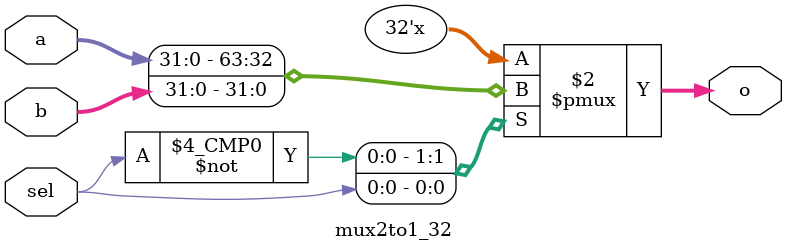
<source format=v>
`timescale 1ns / 1ps
module mux2to1_32(input  sel,input  [31:0]a, input  [31:0]b, output reg [31:0]o);

    always @(*) begin
       case (sel)
		    1'b0 : begin o <= a; end
			 1'b1 : begin o <= b; end
       endcase
    end

endmodule


</source>
